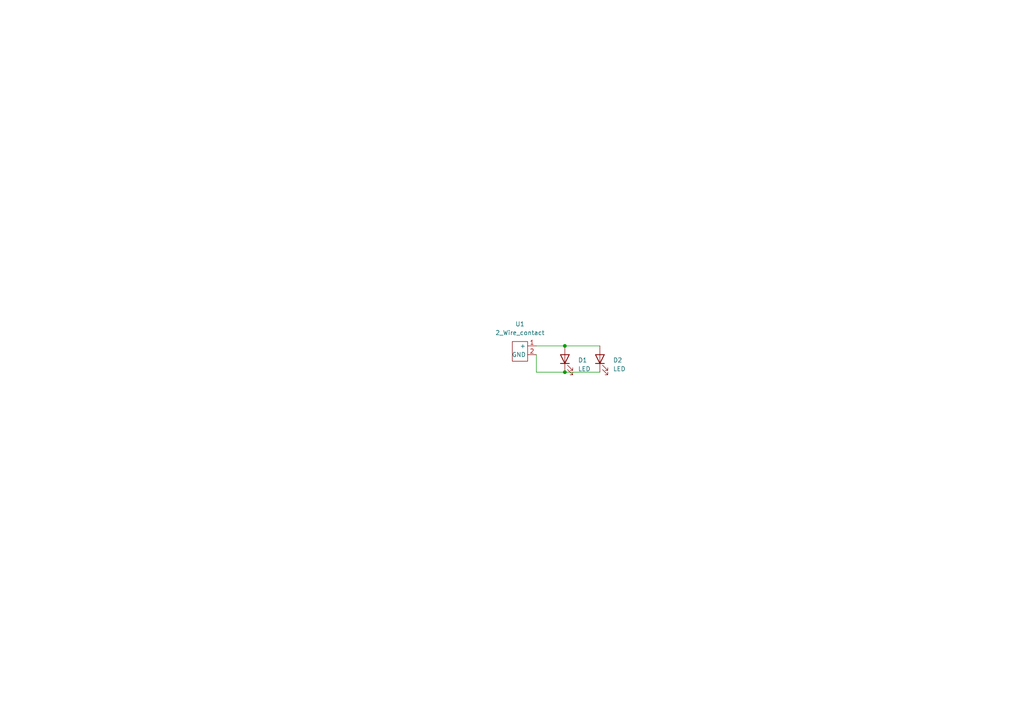
<source format=kicad_sch>
(kicad_sch (version 20211123) (generator eeschema)
  (paper "A4")
  (lib_symbols
    (symbol "Device:LED" (pin_numbers hide) (pin_names (offset 1.016) hide)
      (property "Reference" "D" (at 0 2.54 0))
      (property "Value" "LED" (at 0 -2.54 0))
      (symbol "LED_0_1"
        (polyline (pts (xy -1.27 -1.27) (xy -1.27 1.27)) (stroke (width 0.254)))
        (polyline (pts (xy -1.27 0) (xy 1.27 0)))
        (polyline (pts (xy 1.27 -1.27) (xy 1.27 1.27) (xy -1.27 0) (xy 1.27 -1.27)) (stroke (width 0.254)))
        (polyline (pts (xy -3.048 -0.762) (xy -4.572 -2.286) (xy -3.81 -2.286) (xy -4.572 -2.286) (xy -4.572 -1.524)))
        (polyline (pts (xy -1.778 -0.762) (xy -3.302 -2.286) (xy -2.54 -2.286) (xy -3.302 -2.286) (xy -3.302 -1.524)))
      )
      (symbol "LED_1_1"
        (pin passive line (at -3.81 0 0) (length 2.54) (name "K") (number "1"))
        (pin passive line (at 3.81 0 180) (length 2.54) (name "A") (number "2"))
      )
    )
    (symbol "New Library:2_Wire_contact"
      (property "Reference" "U" (at 0 4.445 0))
      (property "Value" "2_Wire_contact" (at 0 2.54 0))
      (symbol "2_Wire_contact_0_1"
        (rectangle (start 0 0) (end 4.445 -5.715))
      )
      (symbol "2_Wire_contact_1_1"
        (pin input line (at 6.985 -1.27 180) (length 2.54) (name "+") (number "1"))
        (pin input line (at 6.985 -3.81 180) (length 2.54) (name "GND") (number "2"))
      )
    )
  )
  (junction (at 163.83 107.95))
  (junction (at 163.83 100.33))
  (wire (pts (xy 155.575 100.33) (xy 163.83 100.33)))
  (wire (pts (xy 163.83 100.33) (xy 173.99 100.33)))
  (wire (pts (xy 155.575 102.87) (xy 155.575 107.95)))
  (wire (pts (xy 163.83 107.95) (xy 173.99 107.95)))
  (wire (pts (xy 155.575 107.95) (xy 163.83 107.95)))
  (symbol (lib_id "Device:LED") (at 173.99 104.14 90) (unit 1)
    (property "Reference" "D2" (at 177.8 104.4574 90) (effects (justify right)))
    (property "Value" "LED" (at 177.8 106.9974 90) (effects (justify right)))
    (property "Footprint" "Connector_PinSocket_2.54mm:PinSocket_1x02_P2.54mm_Vertical" (effects hide))
  )
  (symbol (lib_id "Device:LED") (at 163.83 104.14 90) (unit 1)
    (property "Reference" "D1" (at 167.64 104.4574 90) (effects (justify right)))
    (property "Value" "LED" (at 167.64 106.9974 90) (effects (justify right)))
    (property "Footprint" "Connector_PinSocket_2.54mm:PinSocket_1x02_P2.54mm_Vertical" (effects hide))
  )
  (symbol (lib_id "New Library:2_Wire_contact") (at 148.59 99.06 0) (unit 1)
    (property "Reference" "U1" (at 150.8125 93.98 0))
    (property "Value" "2_Wire_contact" (at 150.8125 96.52 0))
    (property "Footprint" "Library:Contact Pads" (effects hide))
  )
)
</source>
